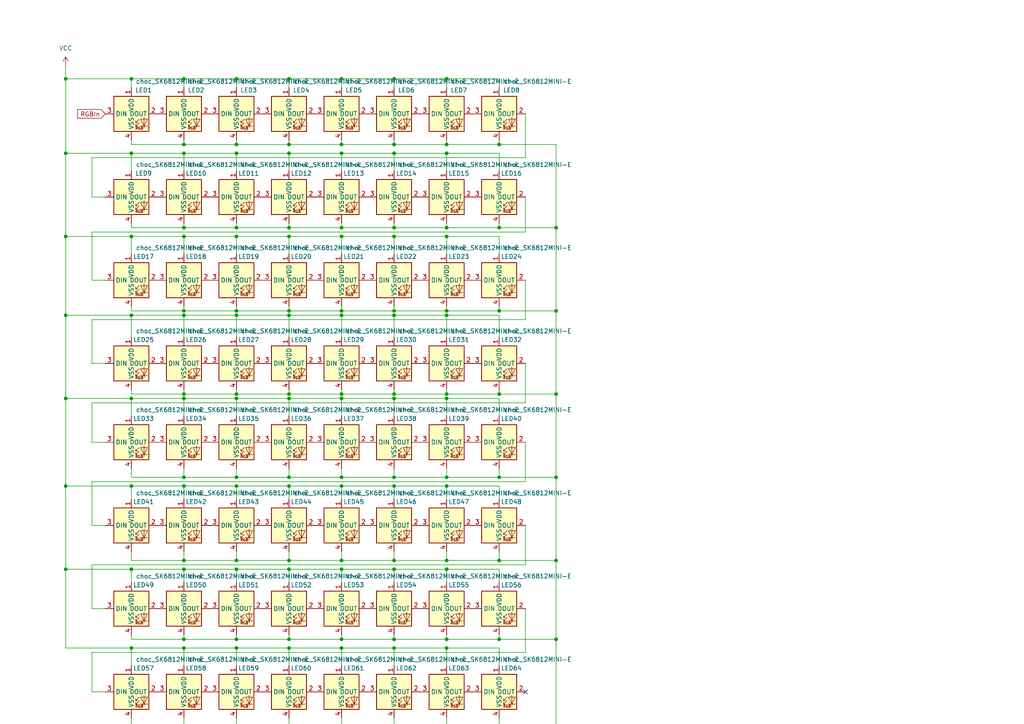
<source format=kicad_sch>
(kicad_sch (version 20231120) (generator "eeschema") (generator_version "8.0")
  (paper "A4")
  (lib_symbols
    (symbol "marbastlib-choc:choc_SK6812MINI-E"
      (property "Reference" "LED" (at 2.54 6.35 0))
      (property "Value" "choc_SK6812MINI-E" (at 10.795 -6.35 0))
      (symbol "choc_SK6812MINI-E_0_0"
        (text "RGB" (at 2.286 -4.191 0) (effects (font (size 0.762 0.762))))
      )
      (symbol "choc_SK6812MINI-E_0_1"
        (rectangle (start -5.08 5.08) (end 5.08 -5.08) (stroke (width 0.254)) (fill (type background)))
        (polyline (pts (xy 1.27 -3.556) (xy 1.778 -3.556)))
        (polyline (pts (xy 1.27 -2.54) (xy 1.778 -2.54)))
        (polyline (pts (xy 4.699 -3.556) (xy 2.667 -3.556)))
        (polyline (pts (xy 2.286 -2.54) (xy 1.27 -3.556) (xy 1.27 -3.048)))
        (polyline (pts (xy 2.286 -1.524) (xy 1.27 -2.54) (xy 1.27 -2.032)))
        (polyline (pts (xy 3.683 -1.016) (xy 3.683 -3.556) (xy 3.683 -4.064)))
        (polyline (pts (xy 4.699 -1.524) (xy 2.667 -1.524) (xy 3.683 -3.556) (xy 4.699 -1.524)))
      )
      (symbol "choc_SK6812MINI-E_1_1"
        (pin power_in line (at 0 7.62 270) (length 2.54) (name "VDD") (number "1"))
        (pin output line (at 7.62 0 180) (length 2.54) (name "DOUT") (number "2"))
        (pin input line (at -7.62 0 0) (length 2.54) (name "DIN") (number "3"))
        (pin power_in line (at 0 -7.62 90) (length 2.54) (name "VSS") (number "4"))
      )
    )
    (symbol "power:GND" (power) (pin_numbers hide) (pin_names (offset 0) hide)
      (property "Value" "GND" (at 0 -3.81 0))
      (symbol "GND_0_1"
        (polyline (pts (xy 0 0) (xy 0 -1.27) (xy 1.27 -1.27) (xy 0 -2.54) (xy -1.27 -1.27) (xy 0 -1.27)))
      )
      (symbol "GND_1_1"
        (pin power_in line (at 0 0 270) (length 0) (name "~") (number "1"))
      )
    )
    (symbol "power:VCC" (power) (pin_numbers hide) (pin_names (offset 0) hide)
      (property "Value" "VCC" (at 0 3.556 0))
      (symbol "VCC_0_1"
        (polyline (pts (xy -0.762 1.27) (xy 0 2.54)))
        (polyline (pts (xy 0 0) (xy 0 2.54)))
        (polyline (pts (xy 0 2.54) (xy 0.762 1.27)))
      )
      (symbol "VCC_1_1"
        (pin power_in line (at 0 0 90) (length 0) (name "~") (number "1"))
      )
    )
  )
  (junction (at 114.3 90.17))
  (junction (at 99.06 22.86))
  (junction (at 129.54 140.97))
  (junction (at 83.82 140.97))
  (junction (at 114.3 185.42))
  (junction (at 129.54 41.91))
  (junction (at 53.34 165.1))
  (junction (at 129.54 187.96))
  (junction (at 83.82 22.86))
  (junction (at 19.05 22.86))
  (junction (at 114.3 66.04))
  (junction (at 83.82 66.04))
  (junction (at 129.54 90.17))
  (junction (at 83.82 44.45))
  (junction (at 114.3 68.58))
  (junction (at 144.78 90.17))
  (junction (at 129.54 185.42))
  (junction (at 53.34 90.17))
  (junction (at 114.3 44.45))
  (junction (at 38.1 22.86))
  (junction (at 19.05 165.1))
  (junction (at 53.34 210.82))
  (junction (at 68.58 140.97))
  (junction (at 99.06 210.82))
  (junction (at 114.3 115.57))
  (junction (at 99.06 91.44))
  (junction (at 99.06 41.91))
  (junction (at 19.05 91.44))
  (junction (at 68.58 68.58))
  (junction (at 68.58 44.45))
  (junction (at 99.06 44.45))
  (junction (at 114.3 91.44))
  (junction (at 83.82 90.17))
  (junction (at 114.3 165.1))
  (junction (at 129.54 162.56))
  (junction (at 53.34 41.91))
  (junction (at 83.82 210.82))
  (junction (at 114.3 140.97))
  (junction (at 83.82 68.58))
  (junction (at 144.78 138.43))
  (junction (at 99.06 187.96))
  (junction (at 83.82 91.44))
  (junction (at 83.82 165.1))
  (junction (at 161.29 185.42))
  (junction (at 99.06 68.58))
  (junction (at 129.54 66.04))
  (junction (at 129.54 68.58))
  (junction (at 161.29 66.04))
  (junction (at 99.06 185.42))
  (junction (at 68.58 165.1))
  (junction (at 68.58 41.91))
  (junction (at 38.1 115.57))
  (junction (at 114.3 41.91))
  (junction (at 83.82 138.43))
  (junction (at 68.58 115.57))
  (junction (at 19.05 44.45))
  (junction (at 53.34 68.58))
  (junction (at 114.3 187.96))
  (junction (at 114.3 162.56))
  (junction (at 68.58 90.17))
  (junction (at 161.29 138.43))
  (junction (at 68.58 162.56))
  (junction (at 53.34 138.43))
  (junction (at 38.1 187.96))
  (junction (at 83.82 187.96))
  (junction (at 38.1 68.58))
  (junction (at 53.34 22.86))
  (junction (at 144.78 66.04))
  (junction (at 99.06 66.04))
  (junction (at 53.34 44.45))
  (junction (at 38.1 165.1))
  (junction (at 68.58 138.43))
  (junction (at 129.54 210.82))
  (junction (at 19.05 115.57))
  (junction (at 53.34 162.56))
  (junction (at 99.06 162.56))
  (junction (at 68.58 210.82))
  (junction (at 114.3 210.82))
  (junction (at 53.34 187.96))
  (junction (at 99.06 114.3))
  (junction (at 144.78 162.56))
  (junction (at 53.34 114.3))
  (junction (at 68.58 114.3))
  (junction (at 83.82 185.42))
  (junction (at 53.34 66.04))
  (junction (at 53.34 91.44))
  (junction (at 19.05 68.58))
  (junction (at 38.1 140.97))
  (junction (at 129.54 165.1))
  (junction (at 114.3 22.86))
  (junction (at 68.58 66.04))
  (junction (at 53.34 140.97))
  (junction (at 83.82 115.57))
  (junction (at 99.06 165.1))
  (junction (at 83.82 114.3))
  (junction (at 129.54 115.57))
  (junction (at 144.78 210.82))
  (junction (at 129.54 44.45))
  (junction (at 129.54 91.44))
  (junction (at 53.34 185.42))
  (junction (at 161.29 90.17))
  (junction (at 68.58 22.86))
  (junction (at 129.54 138.43))
  (junction (at 161.29 210.82))
  (junction (at 144.78 185.42))
  (junction (at 144.78 114.3))
  (junction (at 161.29 114.3))
  (junction (at 144.78 41.91))
  (junction (at 99.06 138.43))
  (junction (at 53.34 115.57))
  (junction (at 99.06 90.17))
  (junction (at 99.06 115.57))
  (junction (at 38.1 44.45))
  (junction (at 114.3 114.3))
  (junction (at 38.1 91.44))
  (junction (at 68.58 187.96))
  (junction (at 129.54 22.86))
  (junction (at 129.54 114.3))
  (junction (at 19.05 140.97))
  (junction (at 99.06 140.97))
  (junction (at 68.58 185.42))
  (junction (at 83.82 162.56))
  (junction (at 68.58 91.44))
  (junction (at 161.29 162.56))
  (junction (at 114.3 138.43))
  (junction (at 83.82 41.91))
  (no_connect (at 152.4 200.66))
  (wire (pts (xy 99.06 165.1) (xy 99.06 168.91)))
  (wire (pts (xy 26.67 200.66) (xy 26.67 189.23)))
  (wire (pts (xy 26.67 45.72) (xy 152.4 45.72)))
  (wire (pts (xy 129.54 165.1) (xy 144.78 165.1)))
  (wire (pts (xy 53.34 138.43) (xy 68.58 138.43)))
  (wire (pts (xy 26.67 163.83) (xy 26.67 176.53)))
  (wire (pts (xy 99.06 185.42) (xy 114.3 185.42)))
  (wire (pts (xy 38.1 22.86) (xy 38.1 25.4)))
  (wire (pts (xy 19.05 165.1) (xy 19.05 140.97)))
  (wire (pts (xy 152.4 57.15) (xy 152.4 67.31)))
  (wire (pts (xy 19.05 115.57) (xy 19.05 91.44)))
  (wire (pts (xy 53.34 165.1) (xy 68.58 165.1)))
  (wire (pts (xy 144.78 88.9) (xy 144.78 90.17)))
  (wire (pts (xy 99.06 187.96) (xy 99.06 193.04)))
  (wire (pts (xy 38.1 138.43) (xy 53.34 138.43)))
  (wire (pts (xy 38.1 187.96) (xy 38.1 193.04)))
  (wire (pts (xy 114.3 113.03) (xy 114.3 114.3)))
  (wire (pts (xy 99.06 90.17) (xy 114.3 90.17)))
  (wire (pts (xy 68.58 68.58) (xy 83.82 68.58)))
  (wire (pts (xy 99.06 64.77) (xy 99.06 66.04)))
  (wire (pts (xy 114.3 165.1) (xy 129.54 165.1)))
  (wire (pts (xy 83.82 138.43) (xy 99.06 138.43)))
  (wire (pts (xy 144.78 97.79) (xy 144.78 91.44)))
  (wire (pts (xy 83.82 68.58) (xy 83.82 73.66)))
  (wire (pts (xy 99.06 68.58) (xy 99.06 73.66)))
  (wire (pts (xy 19.05 22.86) (xy 38.1 22.86)))
  (wire (pts (xy 99.06 138.43) (xy 114.3 138.43)))
  (wire (pts (xy 99.06 41.91) (xy 114.3 41.91)))
  (wire (pts (xy 38.1 184.15) (xy 38.1 185.42)))
  (wire (pts (xy 68.58 162.56) (xy 83.82 162.56)))
  (wire (pts (xy 68.58 138.43) (xy 83.82 138.43)))
  (wire (pts (xy 38.1 210.82) (xy 53.34 210.82)))
  (wire (pts (xy 114.3 91.44) (xy 129.54 91.44)))
  (wire (pts (xy 38.1 160.02) (xy 38.1 162.56)))
  (wire (pts (xy 83.82 187.96) (xy 68.58 187.96)))
  (wire (pts (xy 53.34 140.97) (xy 53.34 144.78)))
  (wire (pts (xy 68.58 160.02) (xy 68.58 162.56)))
  (wire (pts (xy 99.06 208.28) (xy 99.06 210.82)))
  (wire (pts (xy 161.29 41.91) (xy 161.29 66.04)))
  (wire (pts (xy 114.3 187.96) (xy 114.3 193.04)))
  (wire (pts (xy 161.29 162.56) (xy 161.29 185.42)))
  (wire (pts (xy 19.05 44.45) (xy 38.1 44.45)))
  (wire (pts (xy 38.1 162.56) (xy 53.34 162.56)))
  (wire (pts (xy 19.05 91.44) (xy 19.05 68.58)))
  (wire (pts (xy 129.54 135.89) (xy 129.54 138.43)))
  (wire (pts (xy 129.54 68.58) (xy 144.78 68.58)))
  (wire (pts (xy 144.78 185.42) (xy 161.29 185.42)))
  (wire (pts (xy 129.54 90.17) (xy 144.78 90.17)))
  (wire (pts (xy 129.54 140.97) (xy 129.54 144.78)))
  (wire (pts (xy 144.78 187.96) (xy 129.54 187.96)))
  (wire (pts (xy 152.4 92.71) (xy 152.4 81.28)))
  (wire (pts (xy 26.67 176.53) (xy 30.48 176.53)))
  (wire (pts (xy 68.58 66.04) (xy 83.82 66.04)))
  (wire (pts (xy 30.48 152.4) (xy 26.67 152.4)))
  (wire (pts (xy 129.54 114.3) (xy 144.78 114.3)))
  (wire (pts (xy 129.54 138.43) (xy 144.78 138.43)))
  (wire (pts (xy 53.34 187.96) (xy 38.1 187.96)))
  (wire (pts (xy 68.58 113.03) (xy 68.58 114.3)))
  (wire (pts (xy 83.82 44.45) (xy 83.82 49.53)))
  (wire (pts (xy 99.06 210.82) (xy 114.3 210.82)))
  (wire (pts (xy 19.05 140.97) (xy 19.05 115.57)))
  (wire (pts (xy 68.58 140.97) (xy 68.58 144.78)))
  (wire (pts (xy 114.3 68.58) (xy 114.3 73.66)))
  (wire (pts (xy 144.78 44.45) (xy 144.78 49.53)))
  (wire (pts (xy 53.34 90.17) (xy 68.58 90.17)))
  (wire (pts (xy 38.1 41.91) (xy 53.34 41.91)))
  (wire (pts (xy 99.06 140.97) (xy 99.06 144.78)))
  (wire (pts (xy 26.67 81.28) (xy 30.48 81.28)))
  (wire (pts (xy 144.78 73.66) (xy 144.78 68.58)))
  (wire (pts (xy 83.82 165.1) (xy 83.82 168.91)))
  (wire (pts (xy 68.58 165.1) (xy 83.82 165.1)))
  (wire (pts (xy 38.1 44.45) (xy 53.34 44.45)))
  (wire (pts (xy 114.3 187.96) (xy 99.06 187.96)))
  (wire (pts (xy 129.54 64.77) (xy 129.54 66.04)))
  (wire (pts (xy 38.1 208.28) (xy 38.1 210.82)))
  (wire (pts (xy 83.82 185.42) (xy 99.06 185.42)))
  (wire (pts (xy 38.1 68.58) (xy 38.1 73.66)))
  (wire (pts (xy 68.58 135.89) (xy 68.58 138.43)))
  (wire (pts (xy 152.4 116.84) (xy 26.67 116.84)))
  (wire (pts (xy 99.06 115.57) (xy 83.82 115.57)))
  (wire (pts (xy 144.78 41.91) (xy 161.29 41.91)))
  (wire (pts (xy 83.82 115.57) (xy 83.82 120.65)))
  (wire (pts (xy 99.06 162.56) (xy 114.3 162.56)))
  (wire (pts (xy 114.3 66.04) (xy 129.54 66.04)))
  (wire (pts (xy 99.06 44.45) (xy 99.06 49.53)))
  (wire (pts (xy 129.54 40.64) (xy 129.54 41.91)))
  (wire (pts (xy 144.78 22.86) (xy 144.78 25.4)))
  (wire (pts (xy 99.06 165.1) (xy 114.3 165.1)))
  (wire (pts (xy 144.78 140.97) (xy 129.54 140.97)))
  (wire (pts (xy 19.05 187.96) (xy 19.05 165.1)))
  (wire (pts (xy 99.06 140.97) (xy 83.82 140.97)))
  (wire (pts (xy 99.06 113.03) (xy 99.06 114.3)))
  (wire (pts (xy 152.4 152.4) (xy 152.4 163.83)))
  (wire (pts (xy 144.78 114.3) (xy 161.29 114.3)))
  (wire (pts (xy 53.34 44.45) (xy 68.58 44.45)))
  (wire (pts (xy 129.54 88.9) (xy 129.54 90.17)))
  (wire (pts (xy 53.34 160.02) (xy 53.34 162.56)))
  (wire (pts (xy 83.82 187.96) (xy 83.82 193.04)))
  (wire (pts (xy 99.06 22.86) (xy 99.06 25.4)))
  (wire (pts (xy 114.3 44.45) (xy 114.3 49.53)))
  (wire (pts (xy 99.06 22.86) (xy 114.3 22.86)))
  (wire (pts (xy 152.4 105.41) (xy 152.4 116.84)))
  (wire (pts (xy 129.54 140.97) (xy 114.3 140.97)))
  (wire (pts (xy 53.34 64.77) (xy 53.34 66.04)))
  (wire (pts (xy 68.58 41.91) (xy 83.82 41.91)))
  (wire (pts (xy 83.82 165.1) (xy 99.06 165.1)))
  (wire (pts (xy 38.1 40.64) (xy 38.1 41.91)))
  (wire (pts (xy 83.82 115.57) (xy 68.58 115.57)))
  (wire (pts (xy 129.54 22.86) (xy 129.54 25.4)))
  (wire (pts (xy 99.06 135.89) (xy 99.06 138.43)))
  (wire (pts (xy 68.58 187.96) (xy 53.34 187.96)))
  (wire (pts (xy 53.34 165.1) (xy 53.34 168.91)))
  (wire (pts (xy 114.3 208.28) (xy 114.3 210.82)))
  (wire (pts (xy 114.3 91.44) (xy 114.3 97.79)))
  (wire (pts (xy 144.78 115.57) (xy 129.54 115.57)))
  (wire (pts (xy 83.82 114.3) (xy 99.06 114.3)))
  (wire (pts (xy 26.67 67.31) (xy 26.67 81.28)))
  (wire (pts (xy 53.34 41.91) (xy 68.58 41.91)))
  (wire (pts (xy 129.54 44.45) (xy 144.78 44.45)))
  (wire (pts (xy 144.78 162.56) (xy 161.29 162.56)))
  (wire (pts (xy 114.3 44.45) (xy 129.54 44.45)))
  (wire (pts (xy 161.29 138.43) (xy 161.29 162.56)))
  (wire (pts (xy 53.34 22.86) (xy 53.34 25.4)))
  (wire (pts (xy 114.3 184.15) (xy 114.3 185.42)))
  (wire (pts (xy 83.82 208.28) (xy 83.82 210.82)))
  (wire (pts (xy 144.78 90.17) (xy 161.29 90.17)))
  (wire (pts (xy 83.82 40.64) (xy 83.82 41.91)))
  (wire (pts (xy 144.78 160.02) (xy 144.78 162.56)))
  (wire (pts (xy 114.3 160.02) (xy 114.3 162.56)))
  (wire (pts (xy 129.54 73.66) (xy 129.54 68.58)))
  (wire (pts (xy 68.58 22.86) (xy 68.58 25.4)))
  (wire (pts (xy 129.54 91.44) (xy 144.78 91.44)))
  (wire (pts (xy 144.78 210.82) (xy 161.29 210.82)))
  (wire (pts (xy 114.3 88.9) (xy 114.3 90.17)))
  (wire (pts (xy 53.34 66.04) (xy 68.58 66.04)))
  (wire (pts (xy 114.3 22.86) (xy 129.54 22.86)))
  (wire (pts (xy 53.34 115.57) (xy 38.1 115.57)))
  (wire (pts (xy 38.1 22.86) (xy 53.34 22.86)))
  (wire (pts (xy 129.54 113.03) (xy 129.54 114.3)))
  (wire (pts (xy 26.67 152.4) (xy 26.67 139.7)))
  (wire (pts (xy 129.54 210.82) (xy 144.78 210.82)))
  (wire (pts (xy 129.54 66.04) (xy 144.78 66.04)))
  (wire (pts (xy 83.82 44.45) (xy 99.06 44.45)))
  (wire (pts (xy 68.58 165.1) (xy 68.58 168.91)))
  (wire (pts (xy 114.3 22.86) (xy 114.3 25.4)))
  (wire (pts (xy 53.34 22.86) (xy 68.58 22.86)))
  (wire (pts (xy 19.05 22.86) (xy 19.05 44.45)))
  (wire (pts (xy 83.82 91.44) (xy 99.06 91.44)))
  (wire (pts (xy 38.1 115.57) (xy 38.1 120.65)))
  (wire (pts (xy 99.06 91.44) (xy 114.3 91.44)))
  (wire (pts (xy 68.58 90.17) (xy 83.82 90.17)))
  (wire (pts (xy 38.1 165.1) (xy 53.34 165.1)))
  (wire (pts (xy 68.58 64.77) (xy 68.58 66.04)))
  (wire (pts (xy 38.1 187.96) (xy 19.05 187.96)))
  (wire (pts (xy 30.48 105.41) (xy 26.67 105.41)))
  (wire (pts (xy 83.82 184.15) (xy 83.82 185.42)))
  (wire (pts (xy 38.1 68.58) (xy 53.34 68.58)))
  (wire (pts (xy 68.58 44.45) (xy 83.82 44.45)))
  (wire (pts (xy 38.1 97.79) (xy 38.1 91.44)))
  (wire (pts (xy 38.1 66.04) (xy 53.34 66.04)))
  (wire (pts (xy 26.67 128.27) (xy 30.48 128.27)))
  (wire (pts (xy 114.3 115.57) (xy 99.06 115.57)))
  (wire (pts (xy 53.34 185.42) (xy 68.58 185.42)))
  (wire (pts (xy 38.1 135.89) (xy 38.1 138.43)))
  (wire (pts (xy 38.1 113.03) (xy 38.1 114.3)))
  (wire (pts (xy 161.29 185.42) (xy 161.29 210.82)))
  (wire (pts (xy 83.82 210.82) (xy 99.06 210.82)))
  (wire (pts (xy 114.3 64.77) (xy 114.3 66.04)))
  (wire (pts (xy 99.06 91.44) (xy 99.06 97.79)))
  (wire (pts (xy 114.3 138.43) (xy 129.54 138.43)))
  (wire (pts (xy 152.4 163.83) (xy 26.67 163.83)))
  (wire (pts (xy 53.34 113.03) (xy 53.34 114.3)))
  (wire (pts (xy 99.06 68.58) (xy 114.3 68.58)))
  (wire (pts (xy 144.78 193.04) (xy 144.78 187.96)))
  (wire (pts (xy 83.82 41.91) (xy 99.06 41.91)))
  (wire (pts (xy 99.06 115.57) (xy 99.06 120.65)))
  (wire (pts (xy 83.82 64.77) (xy 83.82 66.04)))
  (wire (pts (xy 68.58 185.42) (xy 83.82 185.42)))
  (wire (pts (xy 144.78 120.65) (xy 144.78 115.57)))
  (wire (pts (xy 114.3 115.57) (xy 114.3 120.65)))
  (wire (pts (xy 26.67 105.41) (xy 26.67 92.71)))
  (wire (pts (xy 114.3 114.3) (xy 129.54 114.3)))
  (wire (pts (xy 68.58 184.15) (xy 68.58 185.42)))
  (wire (pts (xy 26.67 92.71) (xy 152.4 92.71)))
  (wire (pts (xy 129.54 162.56) (xy 144.78 162.56)))
  (wire (pts (xy 83.82 91.44) (xy 83.82 97.79)))
  (wire (pts (xy 83.82 113.03) (xy 83.82 114.3)))
  (wire (pts (xy 144.78 168.91) (xy 144.78 165.1)))
  (wire (pts (xy 83.82 135.89) (xy 83.82 138.43)))
  (wire (pts (xy 129.54 187.96) (xy 129.54 193.04)))
  (wire (pts (xy 129.54 44.45) (xy 129.54 49.53)))
  (wire (pts (xy 114.3 185.42) (xy 129.54 185.42)))
  (wire (pts (xy 19.05 68.58) (xy 19.05 44.45)))
  (wire (pts (xy 83.82 162.56) (xy 99.06 162.56)))
  (wire (pts (xy 68.58 140.97) (xy 53.34 140.97)))
  (wire (pts (xy 129.54 115.57) (xy 129.54 120.65)))
  (wire (pts (xy 152.4 67.31) (xy 26.67 67.31)))
  (wire (pts (xy 114.3 41.91) (xy 129.54 41.91)))
  (wire (pts (xy 114.3 140.97) (xy 114.3 144.78)))
  (wire (pts (xy 68.58 210.82) (xy 83.82 210.82)))
  (wire (pts (xy 99.06 114.3) (xy 114.3 114.3)))
  (wire (pts (xy 129.54 41.91) (xy 144.78 41.91)))
  (wire (pts (xy 38.1 44.45) (xy 38.1 49.53)))
  (wire (pts (xy 38.1 140.97) (xy 38.1 144.78)))
  (wire (pts (xy 161.29 90.17) (xy 161.29 114.3)))
  (wire (pts (xy 99.06 187.96) (xy 83.82 187.96)))
  (wire (pts (xy 129.54 185.42) (xy 144.78 185.42)))
  (wire (pts (xy 152.4 33.02) (xy 152.4 45.72)))
  (wire (pts (xy 53.34 135.89) (xy 53.34 138.43)))
  (wire (pts (xy 38.1 91.44) (xy 53.34 91.44)))
  (wire (pts (xy 53.34 208.28) (xy 53.34 210.82)))
  (wire (pts (xy 144.78 184.15) (xy 144.78 185.42)))
  (wire (pts (xy 19.05 165.1) (xy 38.1 165.1)))
  (wire (pts (xy 83.82 68.58) (xy 99.06 68.58)))
  (wire (pts (xy 38.1 115.57) (xy 19.05 115.57)))
  (wire (pts (xy 99.06 66.04) (xy 114.3 66.04)))
  (wire (pts (xy 68.58 115.57) (xy 53.34 115.57)))
  (wire (pts (xy 68.58 88.9) (xy 68.58 90.17)))
  (wire (pts (xy 83.82 22.86) (xy 83.82 25.4)))
  (wire (pts (xy 129.54 91.44) (xy 129.54 97.79)))
  (wire (pts (xy 99.06 160.02) (xy 99.06 162.56)))
  (wire (pts (xy 129.54 187.96) (xy 114.3 187.96)))
  (wire (pts (xy 19.05 68.58) (xy 38.1 68.58)))
  (wire (pts (xy 19.05 91.44) (xy 38.1 91.44)))
  (wire (pts (xy 68.58 91.44) (xy 83.82 91.44)))
  (wire (pts (xy 53.34 115.57) (xy 53.34 120.65)))
  (wire (pts (xy 114.3 140.97) (xy 99.06 140.97)))
  (wire (pts (xy 114.3 162.56) (xy 129.54 162.56)))
  (wire (pts (xy 26.67 189.23) (xy 152.4 189.23)))
  (wire (pts (xy 68.58 44.45) (xy 68.58 49.53)))
  (wire (pts (xy 152.4 189.23) (xy 152.4 176.53)))
  (wire (pts (xy 38.1 64.77) (xy 38.1 66.04)))
  (wire (pts (xy 129.54 168.91) (xy 129.54 165.1)))
  (wire (pts (xy 129.54 160.02) (xy 129.54 162.56)))
  (wire (pts (xy 19.05 19.05) (xy 19.05 22.86)))
  (wire (pts (xy 53.34 68.58) (xy 53.34 73.66)))
  (wire (pts (xy 129.54 184.15) (xy 129.54 185.42)))
  (wire (pts (xy 53.34 88.9) (xy 53.34 90.17)))
  (wire (pts (xy 53.34 140.97) (xy 38.1 140.97)))
  (wire (pts (xy 83.82 22.86) (xy 99.06 22.86)))
  (wire (pts (xy 144.78 208.28) (xy 144.78 210.82)))
  (wire (pts (xy 53.34 210.82) (xy 68.58 210.82)))
  (wire (pts (xy 114.3 90.17) (xy 129.54 90.17)))
  (wire (pts (xy 129.54 115.57) (xy 114.3 115.57)))
  (wire (pts (xy 68.58 208.28) (xy 68.58 210.82)))
  (wire (pts (xy 114.3 40.64) (xy 114.3 41.91)))
  (wire (pts (xy 99.06 44.45) (xy 114.3 44.45)))
  (wire (pts (xy 30.48 57.15) (xy 26.67 57.15)))
  (wire (pts (xy 53.34 91.44) (xy 68.58 91.44)))
  (wire (pts (xy 152.4 139.7) (xy 152.4 128.27)))
  (wire (pts (xy 99.06 40.64) (xy 99.06 41.91)))
  (wire (pts (xy 53.34 162.56) (xy 68.58 162.56)))
  (wire (pts (xy 26.67 139.7) (xy 152.4 139.7)))
  (wire (pts (xy 53.34 114.3) (xy 68.58 114.3)))
  (wire (pts (xy 68.58 40.64) (xy 68.58 41.91)))
  (wire (pts (xy 83.82 88.9) (xy 83.82 90.17)))
  (wire (pts (xy 129.54 22.86) (xy 144.78 22.86)))
  (wire (pts (xy 38.1 114.3) (xy 53.34 114.3)))
  (wire (pts (xy 83.82 140.97) (xy 68.58 140.97)))
  (wire (pts (xy 144.78 113.03) (xy 144.78 114.3)))
  (wire (pts (xy 114.3 135.89) (xy 114.3 138.43)))
  (wire (pts (xy 129.54 208.28) (xy 129.54 210.82)))
  (wire (pts (xy 68.58 115.57) (xy 68.58 120.65)))
  (wire (pts (xy 26.67 57.15) (xy 26.67 45.72)))
  (wire (pts (xy 99.06 184.15) (xy 99.06 185.42)))
  (wire (pts (xy 38.1 185.42) (xy 53.34 185.42)))
  (wire (pts (xy 53.34 184.15) (xy 53.34 185.42)))
  (wire (pts (xy 83.82 160.02) (xy 83.82 162.56)))
  (wire (pts (xy 53.34 187.96) (xy 53.34 193.04)))
  (wire (pts (xy 114.3 68.58) (xy 129.54 68.58)))
  (wire (pts (xy 144.78 40.64) (xy 144.78 41.91)))
  (wire (pts (xy 83.82 66.04) (xy 99.06 66.04)))
  (wire (pts (xy 38.1 165.1) (xy 38.1 168.91)))
  (wire (pts (xy 68.58 187.96) (xy 68.58 193.04)))
  (wire (pts (xy 53.34 91.44) (xy 53.34 97.79)))
  (wire (pts (xy 68.58 114.3) (xy 83.82 114.3)))
  (wire (pts (xy 53.34 68.58) (xy 68.58 68.58)))
  (wire (pts (xy 53.34 44.45) (xy 53.34 49.53)))
  (wire (pts (xy 26.67 116.84) (xy 26.67 128.27)))
  (wire (pts (xy 68.58 91.44) (xy 68.58 97.79)))
  (wire (pts (xy 144.78 66.04) (xy 161.29 66.04)))
  (wire (pts (xy 30.48 200.66) (xy 26.67 200.66)))
  (wire (pts (xy 144.78 135.89) (xy 144.78 138.43)))
  (wire (pts (xy 161.29 114.3) (xy 161.29 138.43)))
  (wire (pts (xy 144.78 64.77) (xy 144.78 66.04)))
  (wire (pts (xy 68.58 22.86) (xy 83.82 22.86)))
  (wire (pts (xy 161.29 66.04) (xy 161.29 90.17)))
  (wire (pts (xy 99.06 88.9) (xy 99.06 90.17)))
  (wire (pts (xy 114.3 210.82) (xy 129.54 210.82)))
  (wire (pts (xy 68.58 68.58) (xy 68.58 73.66)))
  (wire (pts (xy 114.3 165.1) (xy 114.3 168.91)))
  (wire (pts (xy 83.82 140.97) (xy 83.82 144.78)))
  (wire (pts (xy 53.34 40.64) (xy 53.34 41.91)))
  (wire (pts (xy 38.1 90.17) (xy 53.34 90.17)))
  (wire (pts (xy 144.78 138.43) (xy 161.29 138.43)))
  (wire (pts (xy 144.78 144.78) (xy 144.78 140.97)))
  (wire (pts (xy 38.1 140.97) (xy 19.05 140.97)))
  (wire (pts (xy 38.1 88.9) (xy 38.1 90.17)))
  (wire (pts (xy 161.29 210.82) (xy 161.29 217.17)))
  (wire (pts (xy 83.82 90.17) (xy 99.06 90.17)))
  (global_label "RGBIn" (shape input) (at 30.48 33.02 180) (property "Intersheetrefs" "${INTERSHEET_REFS}" (effects (hide yes))))
  (symbol (lib_id "marbastlib-choc:choc_SK6812MINI-E") (at 144.78 33.02 0) (unit 1)
    (property "Reference" "LED8" (at 148.336 26.162 0))
    (property "Value" "choc_SK6812MINI-E" (at 155.956 23.622 0))
    (property "Footprint" "PCM_marbastlib-choc:LED_choc_6028R" (effects (hide yes)))
    (property "Description" "Reverse mount adressable LED (WS2812 protocol)" (effects (hide yes)))
  )
  (symbol (lib_id "marbastlib-choc:choc_SK6812MINI-E") (at 68.58 176.53 0) (unit 1)
    (property "Reference" "LED51" (at 72.136 169.672 0))
    (property "Value" "choc_SK6812MINI-E" (at 79.756 167.132 0))
    (property "Footprint" "PCM_marbastlib-choc:LED_choc_6028R" (effects (hide yes)))
    (property "Description" "Reverse mount adressable LED (WS2812 protocol)" (effects (hide yes)))
  )
  (symbol (lib_id "marbastlib-choc:choc_SK6812MINI-E") (at 129.54 33.02 0) (unit 1)
    (property "Reference" "LED7" (at 133.096 26.162 0))
    (property "Value" "choc_SK6812MINI-E" (at 140.716 23.622 0))
    (property "Footprint" "PCM_marbastlib-choc:LED_choc_6028R" (effects (hide yes)))
    (property "Description" "Reverse mount adressable LED (WS2812 protocol)" (effects (hide yes)))
  )
  (symbol (lib_id "power:VCC") (at 19.05 19.05 0) (unit 1)
    (property "Reference" "#PWR08" (effects (hide yes)))
    (property "Value" "VCC" (at 19.05 13.97 0))
    (property "Description" "Power symbol creates a global label with name \"VCC\"" (effects (hide yes)))
  )
  (symbol (lib_id "marbastlib-choc:choc_SK6812MINI-E") (at 99.06 200.66 0) (unit 1)
    (property "Reference" "LED61" (at 102.616 193.802 0))
    (property "Value" "choc_SK6812MINI-E" (at 110.236 191.262 0))
    (property "Footprint" "PCM_marbastlib-choc:LED_choc_6028R" (effects (hide yes)))
    (property "Description" "Reverse mount adressable LED (WS2812 protocol)" (effects (hide yes)))
  )
  (symbol (lib_id "marbastlib-choc:choc_SK6812MINI-E") (at 53.34 200.66 0) (unit 1)
    (property "Reference" "LED58" (at 56.896 193.802 0))
    (property "Value" "choc_SK6812MINI-E" (at 64.516 191.262 0))
    (property "Footprint" "PCM_marbastlib-choc:LED_choc_6028R" (effects (hide yes)))
    (property "Description" "Reverse mount adressable LED (WS2812 protocol)" (effects (hide yes)))
  )
  (symbol (lib_id "marbastlib-choc:choc_SK6812MINI-E") (at 53.34 57.15 0) (unit 1)
    (property "Reference" "LED10" (at 56.896 50.292 0))
    (property "Value" "choc_SK6812MINI-E" (at 64.516 47.752 0))
    (property "Footprint" "PCM_marbastlib-choc:LED_choc_6028R" (effects (hide yes)))
    (property "Description" "Reverse mount adressable LED (WS2812 protocol)" (effects (hide yes)))
  )
  (symbol (lib_id "marbastlib-choc:choc_SK6812MINI-E") (at 144.78 176.53 0) (unit 1)
    (property "Reference" "LED56" (at 148.336 169.672 0))
    (property "Value" "choc_SK6812MINI-E" (at 155.956 167.132 0))
    (property "Footprint" "PCM_marbastlib-choc:LED_choc_6028R" (effects (hide yes)))
    (property "Description" "Reverse mount adressable LED (WS2812 protocol)" (effects (hide yes)))
  )
  (symbol (lib_id "marbastlib-choc:choc_SK6812MINI-E") (at 68.58 105.41 0) (unit 1)
    (property "Reference" "LED27" (at 72.136 98.552 0))
    (property "Value" "choc_SK6812MINI-E" (at 79.756 96.012 0))
    (property "Footprint" "PCM_marbastlib-choc:LED_choc_6028R" (effects (hide yes)))
    (property "Description" "Reverse mount adressable LED (WS2812 protocol)" (effects (hide yes)))
  )
  (symbol (lib_id "marbastlib-choc:choc_SK6812MINI-E") (at 83.82 33.02 0) (unit 1)
    (property "Reference" "LED4" (at 87.376 26.162 0))
    (property "Value" "choc_SK6812MINI-E" (at 94.996 23.622 0))
    (property "Footprint" "PCM_marbastlib-choc:LED_choc_6028R" (effects (hide yes)))
    (property "Description" "Reverse mount adressable LED (WS2812 protocol)" (effects (hide yes)))
  )
  (symbol (lib_id "marbastlib-choc:choc_SK6812MINI-E") (at 114.3 105.41 0) (unit 1)
    (property "Reference" "LED30" (at 117.856 98.552 0))
    (property "Value" "choc_SK6812MINI-E" (at 125.476 96.012 0))
    (property "Footprint" "PCM_marbastlib-choc:LED_choc_6028R" (effects (hide yes)))
    (property "Description" "Reverse mount adressable LED (WS2812 protocol)" (effects (hide yes)))
  )
  (symbol (lib_id "marbastlib-choc:choc_SK6812MINI-E") (at 83.82 57.15 0) (unit 1)
    (property "Reference" "LED12" (at 87.376 50.292 0))
    (property "Value" "choc_SK6812MINI-E" (at 94.996 47.752 0))
    (property "Footprint" "PCM_marbastlib-choc:LED_choc_6028R" (effects (hide yes)))
    (property "Description" "Reverse mount adressable LED (WS2812 protocol)" (effects (hide yes)))
  )
  (symbol (lib_id "marbastlib-choc:choc_SK6812MINI-E") (at 129.54 152.4 0) (unit 1)
    (property "Reference" "LED47" (at 133.096 145.542 0))
    (property "Value" "choc_SK6812MINI-E" (at 140.716 143.002 0))
    (property "Footprint" "PCM_marbastlib-choc:LED_choc_6028R" (effects (hide yes)))
    (property "Description" "Reverse mount adressable LED (WS2812 protocol)" (effects (hide yes)))
  )
  (symbol (lib_id "marbastlib-choc:choc_SK6812MINI-E") (at 144.78 200.66 0) (unit 1)
    (property "Reference" "LED64" (at 148.336 193.802 0))
    (property "Value" "choc_SK6812MINI-E" (at 155.956 191.262 0))
    (property "Footprint" "PCM_marbastlib-choc:LED_choc_6028R" (effects (hide yes)))
    (property "Description" "Reverse mount adressable LED (WS2812 protocol)" (effects (hide yes)))
  )
  (symbol (lib_id "marbastlib-choc:choc_SK6812MINI-E") (at 114.3 81.28 0) (unit 1)
    (property "Reference" "LED22" (at 117.856 74.422 0))
    (property "Value" "choc_SK6812MINI-E" (at 125.476 71.882 0))
    (property "Footprint" "PCM_marbastlib-choc:LED_choc_6028R" (effects (hide yes)))
    (property "Description" "Reverse mount adressable LED (WS2812 protocol)" (effects (hide yes)))
  )
  (symbol (lib_id "marbastlib-choc:choc_SK6812MINI-E") (at 53.34 152.4 0) (unit 1)
    (property "Reference" "LED42" (at 56.896 145.542 0))
    (property "Value" "choc_SK6812MINI-E" (at 64.516 143.002 0))
    (property "Footprint" "PCM_marbastlib-choc:LED_choc_6028R" (effects (hide yes)))
    (property "Description" "Reverse mount adressable LED (WS2812 protocol)" (effects (hide yes)))
  )
  (symbol (lib_id "marbastlib-choc:choc_SK6812MINI-E") (at 83.82 152.4 0) (unit 1)
    (property "Reference" "LED44" (at 87.376 145.542 0))
    (property "Value" "choc_SK6812MINI-E" (at 94.996 143.002 0))
    (property "Footprint" "PCM_marbastlib-choc:LED_choc_6028R" (effects (hide yes)))
    (property "Description" "Reverse mount adressable LED (WS2812 protocol)" (effects (hide yes)))
  )
  (symbol (lib_id "marbastlib-choc:choc_SK6812MINI-E") (at 144.78 81.28 0) (unit 1)
    (property "Reference" "LED24" (at 148.336 74.422 0))
    (property "Value" "choc_SK6812MINI-E" (at 155.956 71.882 0))
    (property "Footprint" "PCM_marbastlib-choc:LED_choc_6028R" (effects (hide yes)))
    (property "Description" "Reverse mount adressable LED (WS2812 protocol)" (effects (hide yes)))
  )
  (symbol (lib_id "marbastlib-choc:choc_SK6812MINI-E") (at 53.34 128.27 0) (unit 1)
    (property "Reference" "LED34" (at 56.896 121.412 0))
    (property "Value" "choc_SK6812MINI-E" (at 64.516 118.872 0))
    (property "Footprint" "PCM_marbastlib-choc:LED_choc_6028R" (effects (hide yes)))
    (property "Description" "Reverse mount adressable LED (WS2812 protocol)" (effects (hide yes)))
  )
  (symbol (lib_id "marbastlib-choc:choc_SK6812MINI-E") (at 114.3 33.02 0) (unit 1)
    (property "Reference" "LED6" (at 117.856 26.162 0))
    (property "Value" "choc_SK6812MINI-E" (at 125.476 23.622 0))
    (property "Footprint" "PCM_marbastlib-choc:LED_choc_6028R" (effects (hide yes)))
    (property "Description" "Reverse mount adressable LED (WS2812 protocol)" (effects (hide yes)))
  )
  (symbol (lib_id "marbastlib-choc:choc_SK6812MINI-E") (at 99.06 57.15 0) (unit 1)
    (property "Reference" "LED13" (at 102.616 50.292 0))
    (property "Value" "choc_SK6812MINI-E" (at 110.236 47.752 0))
    (property "Footprint" "PCM_marbastlib-choc:LED_choc_6028R" (effects (hide yes)))
    (property "Description" "Reverse mount adressable LED (WS2812 protocol)" (effects (hide yes)))
  )
  (symbol (lib_id "marbastlib-choc:choc_SK6812MINI-E") (at 129.54 105.41 0) (unit 1)
    (property "Reference" "LED31" (at 133.096 98.552 0))
    (property "Value" "choc_SK6812MINI-E" (at 140.716 96.012 0))
    (property "Footprint" "PCM_marbastlib-choc:LED_choc_6028R" (effects (hide yes)))
    (property "Description" "Reverse mount adressable LED (WS2812 protocol)" (effects (hide yes)))
  )
  (symbol (lib_id "marbastlib-choc:choc_SK6812MINI-E") (at 38.1 152.4 0) (unit 1)
    (property "Reference" "LED41" (at 41.656 145.542 0))
    (property "Value" "choc_SK6812MINI-E" (at 49.276 143.002 0))
    (property "Footprint" "PCM_marbastlib-choc:LED_choc_6028R" (effects (hide yes)))
    (property "Description" "Reverse mount adressable LED (WS2812 protocol)" (effects (hide yes)))
  )
  (symbol (lib_id "marbastlib-choc:choc_SK6812MINI-E") (at 99.06 81.28 0) (unit 1)
    (property "Reference" "LED21" (at 102.616 74.422 0))
    (property "Value" "choc_SK6812MINI-E" (at 110.236 71.882 0))
    (property "Footprint" "PCM_marbastlib-choc:LED_choc_6028R" (effects (hide yes)))
    (property "Description" "Reverse mount adressable LED (WS2812 protocol)" (effects (hide yes)))
  )
  (symbol (lib_id "marbastlib-choc:choc_SK6812MINI-E") (at 129.54 176.53 0) (unit 1)
    (property "Reference" "LED55" (at 133.096 169.672 0))
    (property "Value" "choc_SK6812MINI-E" (at 140.716 167.132 0))
    (property "Footprint" "PCM_marbastlib-choc:LED_choc_6028R" (effects (hide yes)))
    (property "Description" "Reverse mount adressable LED (WS2812 protocol)" (effects (hide yes)))
  )
  (symbol (lib_id "marbastlib-choc:choc_SK6812MINI-E") (at 114.3 200.66 0) (unit 1)
    (property "Reference" "LED62" (at 117.856 193.802 0))
    (property "Value" "choc_SK6812MINI-E" (at 125.476 191.262 0))
    (property "Footprint" "PCM_marbastlib-choc:LED_choc_6028R" (effects (hide yes)))
    (property "Description" "Reverse mount adressable LED (WS2812 protocol)" (effects (hide yes)))
  )
  (symbol (lib_id "marbastlib-choc:choc_SK6812MINI-E") (at 83.82 200.66 0) (unit 1)
    (property "Reference" "LED60" (at 87.376 193.802 0))
    (property "Value" "choc_SK6812MINI-E" (at 94.996 191.262 0))
    (property "Footprint" "PCM_marbastlib-choc:LED_choc_6028R" (effects (hide yes)))
    (property "Description" "Reverse mount adressable LED (WS2812 protocol)" (effects (hide yes)))
  )
  (symbol (lib_id "marbastlib-choc:choc_SK6812MINI-E") (at 68.58 200.66 0) (unit 1)
    (property "Reference" "LED59" (at 72.136 193.802 0))
    (property "Value" "choc_SK6812MINI-E" (at 79.756 191.262 0))
    (property "Footprint" "PCM_marbastlib-choc:LED_choc_6028R" (effects (hide yes)))
    (property "Description" "Reverse mount adressable LED (WS2812 protocol)" (effects (hide yes)))
  )
  (symbol (lib_id "marbastlib-choc:choc_SK6812MINI-E") (at 114.3 128.27 0) (unit 1)
    (property "Reference" "LED38" (at 117.856 121.412 0))
    (property "Value" "choc_SK6812MINI-E" (at 125.476 118.872 0))
    (property "Footprint" "PCM_marbastlib-choc:LED_choc_6028R" (effects (hide yes)))
    (property "Description" "Reverse mount adressable LED (WS2812 protocol)" (effects (hide yes)))
  )
  (symbol (lib_id "marbastlib-choc:choc_SK6812MINI-E") (at 114.3 57.15 0) (unit 1)
    (property "Reference" "LED14" (at 117.856 50.292 0))
    (property "Value" "choc_SK6812MINI-E" (at 125.476 47.752 0))
    (property "Footprint" "PCM_marbastlib-choc:LED_choc_6028R" (effects (hide yes)))
    (property "Description" "Reverse mount adressable LED (WS2812 protocol)" (effects (hide yes)))
  )
  (symbol (lib_id "marbastlib-choc:choc_SK6812MINI-E") (at 114.3 152.4 0) (unit 1)
    (property "Reference" "LED46" (at 117.856 145.542 0))
    (property "Value" "choc_SK6812MINI-E" (at 125.476 143.002 0))
    (property "Footprint" "PCM_marbastlib-choc:LED_choc_6028R" (effects (hide yes)))
    (property "Description" "Reverse mount adressable LED (WS2812 protocol)" (effects (hide yes)))
  )
  (symbol (lib_id "marbastlib-choc:choc_SK6812MINI-E") (at 68.58 152.4 0) (unit 1)
    (property "Reference" "LED43" (at 72.136 145.542 0))
    (property "Value" "choc_SK6812MINI-E" (at 79.756 143.002 0))
    (property "Footprint" "PCM_marbastlib-choc:LED_choc_6028R" (effects (hide yes)))
    (property "Description" "Reverse mount adressable LED (WS2812 protocol)" (effects (hide yes)))
  )
  (symbol (lib_id "marbastlib-choc:choc_SK6812MINI-E") (at 53.34 105.41 0) (unit 1)
    (property "Reference" "LED26" (at 56.896 98.552 0))
    (property "Value" "choc_SK6812MINI-E" (at 64.516 96.012 0))
    (property "Footprint" "PCM_marbastlib-choc:LED_choc_6028R" (effects (hide yes)))
    (property "Description" "Reverse mount adressable LED (WS2812 protocol)" (effects (hide yes)))
  )
  (symbol (lib_id "marbastlib-choc:choc_SK6812MINI-E") (at 68.58 128.27 0) (unit 1)
    (property "Reference" "LED35" (at 72.136 121.412 0))
    (property "Value" "choc_SK6812MINI-E" (at 79.756 118.872 0))
    (property "Footprint" "PCM_marbastlib-choc:LED_choc_6028R" (effects (hide yes)))
    (property "Description" "Reverse mount adressable LED (WS2812 protocol)" (effects (hide yes)))
  )
  (symbol (lib_id "marbastlib-choc:choc_SK6812MINI-E") (at 38.1 33.02 0) (unit 1)
    (property "Reference" "LED1" (at 41.656 26.162 0))
    (property "Value" "choc_SK6812MINI-E" (at 49.276 23.622 0))
    (property "Footprint" "PCM_marbastlib-choc:LED_choc_6028R" (effects (hide yes)))
    (property "Description" "Reverse mount adressable LED (WS2812 protocol)" (effects (hide yes)))
  )
  (symbol (lib_id "marbastlib-choc:choc_SK6812MINI-E") (at 99.06 128.27 0) (unit 1)
    (property "Reference" "LED37" (at 102.616 121.412 0))
    (property "Value" "choc_SK6812MINI-E" (at 110.236 118.872 0))
    (property "Footprint" "PCM_marbastlib-choc:LED_choc_6028R" (effects (hide yes)))
    (property "Description" "Reverse mount adressable LED (WS2812 protocol)" (effects (hide yes)))
  )
  (symbol (lib_id "marbastlib-choc:choc_SK6812MINI-E") (at 129.54 57.15 0) (unit 1)
    (property "Reference" "LED15" (at 133.096 50.292 0))
    (property "Value" "choc_SK6812MINI-E" (at 140.716 47.752 0))
    (property "Footprint" "PCM_marbastlib-choc:LED_choc_6028R" (effects (hide yes)))
    (property "Description" "Reverse mount adressable LED (WS2812 protocol)" (effects (hide yes)))
  )
  (symbol (lib_id "marbastlib-choc:choc_SK6812MINI-E") (at 129.54 200.66 0) (unit 1)
    (property "Reference" "LED63" (at 133.096 193.802 0))
    (property "Value" "choc_SK6812MINI-E" (at 140.716 191.262 0))
    (property "Footprint" "PCM_marbastlib-choc:LED_choc_6028R" (effects (hide yes)))
    (property "Description" "Reverse mount adressable LED (WS2812 protocol)" (effects (hide yes)))
  )
  (symbol (lib_id "power:GND") (at 161.29 217.17 0) (unit 1)
    (property "Reference" "#PWR07" (effects (hide yes)))
    (property "Value" "GND" (at 161.29 222.25 0))
    (property "Description" "Power symbol creates a global label with name \"GND\" , ground" (effects (hide yes)))
  )
  (symbol (lib_id "marbastlib-choc:choc_SK6812MINI-E") (at 38.1 176.53 0) (unit 1)
    (property "Reference" "LED49" (at 41.656 169.672 0))
    (property "Value" "choc_SK6812MINI-E" (at 49.276 167.132 0))
    (property "Footprint" "PCM_marbastlib-choc:LED_choc_6028R" (effects (hide yes)))
    (property "Description" "Reverse mount adressable LED (WS2812 protocol)" (effects (hide yes)))
  )
  (symbol (lib_id "marbastlib-choc:choc_SK6812MINI-E") (at 53.34 81.28 0) (unit 1)
    (property "Reference" "LED18" (at 56.896 74.422 0))
    (property "Value" "choc_SK6812MINI-E" (at 64.516 71.882 0))
    (property "Footprint" "PCM_marbastlib-choc:LED_choc_6028R" (effects (hide yes)))
    (property "Description" "Reverse mount adressable LED (WS2812 protocol)" (effects (hide yes)))
  )
  (symbol (lib_id "marbastlib-choc:choc_SK6812MINI-E") (at 99.06 105.41 0) (unit 1)
    (property "Reference" "LED29" (at 102.616 98.552 0))
    (property "Value" "choc_SK6812MINI-E" (at 110.236 96.012 0))
    (property "Footprint" "PCM_marbastlib-choc:LED_choc_6028R" (effects (hide yes)))
    (property "Description" "Reverse mount adressable LED (WS2812 protocol)" (effects (hide yes)))
  )
  (symbol (lib_id "marbastlib-choc:choc_SK6812MINI-E") (at 68.58 33.02 0) (unit 1)
    (property "Reference" "LED3" (at 72.136 26.162 0))
    (property "Value" "choc_SK6812MINI-E" (at 79.756 23.622 0))
    (property "Footprint" "PCM_marbastlib-choc:LED_choc_6028R" (effects (hide yes)))
    (property "Description" "Reverse mount adressable LED (WS2812 protocol)" (effects (hide yes)))
  )
  (symbol (lib_id "marbastlib-choc:choc_SK6812MINI-E") (at 38.1 200.66 0) (unit 1)
    (property "Reference" "LED57" (at 41.656 193.802 0))
    (property "Value" "choc_SK6812MINI-E" (at 49.276 191.262 0))
    (property "Footprint" "PCM_marbastlib-choc:LED_choc_6028R" (effects (hide yes)))
    (property "Description" "Reverse mount adressable LED (WS2812 protocol)" (effects (hide yes)))
  )
  (symbol (lib_id "marbastlib-choc:choc_SK6812MINI-E") (at 99.06 152.4 0) (unit 1)
    (property "Reference" "LED45" (at 102.616 145.542 0))
    (property "Value" "choc_SK6812MINI-E" (at 110.236 143.002 0))
    (property "Footprint" "PCM_marbastlib-choc:LED_choc_6028R" (effects (hide yes)))
    (property "Description" "Reverse mount adressable LED (WS2812 protocol)" (effects (hide yes)))
  )
  (symbol (lib_id "marbastlib-choc:choc_SK6812MINI-E") (at 83.82 176.53 0) (unit 1)
    (property "Reference" "LED52" (at 87.376 169.672 0))
    (property "Value" "choc_SK6812MINI-E" (at 94.996 167.132 0))
    (property "Footprint" "PCM_marbastlib-choc:LED_choc_6028R" (effects (hide yes)))
    (property "Description" "Reverse mount adressable LED (WS2812 protocol)" (effects (hide yes)))
  )
  (symbol (lib_id "marbastlib-choc:choc_SK6812MINI-E") (at 114.3 176.53 0) (unit 1)
    (property "Reference" "LED54" (at 117.856 169.672 0))
    (property "Value" "choc_SK6812MINI-E" (at 125.476 167.132 0))
    (property "Footprint" "PCM_marbastlib-choc:LED_choc_6028R" (effects (hide yes)))
    (property "Description" "Reverse mount adressable LED (WS2812 protocol)" (effects (hide yes)))
  )
  (symbol (lib_id "marbastlib-choc:choc_SK6812MINI-E") (at 99.06 33.02 0) (unit 1)
    (property "Reference" "LED5" (at 102.616 26.162 0))
    (property "Value" "choc_SK6812MINI-E" (at 110.236 23.622 0))
    (property "Footprint" "PCM_marbastlib-choc:LED_choc_6028R" (effects (hide yes)))
    (property "Description" "Reverse mount adressable LED (WS2812 protocol)" (effects (hide yes)))
  )
  (symbol (lib_id "marbastlib-choc:choc_SK6812MINI-E") (at 83.82 128.27 0) (unit 1)
    (property "Reference" "LED36" (at 87.376 121.412 0))
    (property "Value" "choc_SK6812MINI-E" (at 94.996 118.872 0))
    (property "Footprint" "PCM_marbastlib-choc:LED_choc_6028R" (effects (hide yes)))
    (property "Description" "Reverse mount adressable LED (WS2812 protocol)" (effects (hide yes)))
  )
  (symbol (lib_id "marbastlib-choc:choc_SK6812MINI-E") (at 144.78 57.15 0) (unit 1)
    (property "Reference" "LED16" (at 148.336 50.292 0))
    (property "Value" "choc_SK6812MINI-E" (at 155.956 47.752 0))
    (property "Footprint" "PCM_marbastlib-choc:LED_choc_6028R" (effects (hide yes)))
    (property "Description" "Reverse mount adressable LED (WS2812 protocol)" (effects (hide yes)))
  )
  (symbol (lib_id "marbastlib-choc:choc_SK6812MINI-E") (at 144.78 105.41 0) (unit 1)
    (property "Reference" "LED32" (at 148.336 98.552 0))
    (property "Value" "choc_SK6812MINI-E" (at 155.956 96.012 0))
    (property "Footprint" "PCM_marbastlib-choc:LED_choc_6028R" (effects (hide yes)))
    (property "Description" "Reverse mount adressable LED (WS2812 protocol)" (effects (hide yes)))
  )
  (symbol (lib_id "marbastlib-choc:choc_SK6812MINI-E") (at 53.34 176.53 0) (unit 1)
    (property "Reference" "LED50" (at 56.896 169.672 0))
    (property "Value" "choc_SK6812MINI-E" (at 64.516 167.132 0))
    (property "Footprint" "PCM_marbastlib-choc:LED_choc_6028R" (effects (hide yes)))
    (property "Description" "Reverse mount adressable LED (WS2812 protocol)" (effects (hide yes)))
  )
  (symbol (lib_id "marbastlib-choc:choc_SK6812MINI-E") (at 129.54 128.27 0) (unit 1)
    (property "Reference" "LED39" (at 133.096 121.412 0))
    (property "Value" "choc_SK6812MINI-E" (at 140.716 118.872 0))
    (property "Footprint" "PCM_marbastlib-choc:LED_choc_6028R" (effects (hide yes)))
    (property "Description" "Reverse mount adressable LED (WS2812 protocol)" (effects (hide yes)))
  )
  (symbol (lib_id "marbastlib-choc:choc_SK6812MINI-E") (at 53.34 33.02 0) (unit 1)
    (property "Reference" "LED2" (at 56.896 26.162 0))
    (property "Value" "choc_SK6812MINI-E" (at 64.516 23.622 0))
    (property "Footprint" "PCM_marbastlib-choc:LED_choc_6028R" (effects (hide yes)))
    (property "Description" "Reverse mount adressable LED (WS2812 protocol)" (effects (hide yes)))
  )
  (symbol (lib_id "marbastlib-choc:choc_SK6812MINI-E") (at 83.82 105.41 0) (unit 1)
    (property "Reference" "LED28" (at 87.376 98.552 0))
    (property "Value" "choc_SK6812MINI-E" (at 94.996 96.012 0))
    (property "Footprint" "PCM_marbastlib-choc:LED_choc_6028R" (effects (hide yes)))
    (property "Description" "Reverse mount adressable LED (WS2812 protocol)" (effects (hide yes)))
  )
  (symbol (lib_id "marbastlib-choc:choc_SK6812MINI-E") (at 129.54 81.28 0) (unit 1)
    (property "Reference" "LED23" (at 133.096 74.422 0))
    (property "Value" "choc_SK6812MINI-E" (at 140.716 71.882 0))
    (property "Footprint" "PCM_marbastlib-choc:LED_choc_6028R" (effects (hide yes)))
    (property "Description" "Reverse mount adressable LED (WS2812 protocol)" (effects (hide yes)))
  )
  (symbol (lib_id "marbastlib-choc:choc_SK6812MINI-E") (at 83.82 81.28 0) (unit 1)
    (property "Reference" "LED20" (at 87.376 74.422 0))
    (property "Value" "choc_SK6812MINI-E" (at 94.996 71.882 0))
    (property "Footprint" "PCM_marbastlib-choc:LED_choc_6028R" (effects (hide yes)))
    (property "Description" "Reverse mount adressable LED (WS2812 protocol)" (effects (hide yes)))
  )
  (symbol (lib_id "marbastlib-choc:choc_SK6812MINI-E") (at 68.58 57.15 0) (unit 1)
    (property "Reference" "LED11" (at 72.136 50.292 0))
    (property "Value" "choc_SK6812MINI-E" (at 79.756 47.752 0))
    (property "Footprint" "PCM_marbastlib-choc:LED_choc_6028R" (effects (hide yes)))
    (property "Description" "Reverse mount adressable LED (WS2812 protocol)" (effects (hide yes)))
  )
  (symbol (lib_id "marbastlib-choc:choc_SK6812MINI-E") (at 68.58 81.28 0) (unit 1)
    (property "Reference" "LED19" (at 72.136 74.422 0))
    (property "Value" "choc_SK6812MINI-E" (at 79.756 71.882 0))
    (property "Footprint" "PCM_marbastlib-choc:LED_choc_6028R" (effects (hide yes)))
    (property "Description" "Reverse mount adressable LED (WS2812 protocol)" (effects (hide yes)))
  )
  (symbol (lib_id "marbastlib-choc:choc_SK6812MINI-E") (at 38.1 57.15 0) (unit 1)
    (property "Reference" "LED9" (at 41.656 50.292 0))
    (property "Value" "choc_SK6812MINI-E" (at 49.276 47.752 0))
    (property "Footprint" "PCM_marbastlib-choc:LED_choc_6028R" (effects (hide yes)))
    (property "Description" "Reverse mount adressable LED (WS2812 protocol)" (effects (hide yes)))
  )
  (symbol (lib_id "marbastlib-choc:choc_SK6812MINI-E") (at 38.1 105.41 0) (unit 1)
    (property "Reference" "LED25" (at 41.656 98.552 0))
    (property "Value" "choc_SK6812MINI-E" (at 49.276 96.012 0))
    (property "Footprint" "PCM_marbastlib-choc:LED_choc_6028R" (effects (hide yes)))
    (property "Description" "Reverse mount adressable LED (WS2812 protocol)" (effects (hide yes)))
  )
  (symbol (lib_id "marbastlib-choc:choc_SK6812MINI-E") (at 38.1 81.28 0) (unit 1)
    (property "Reference" "LED17" (at 41.656 74.422 0))
    (property "Value" "choc_SK6812MINI-E" (at 49.276 71.882 0))
    (property "Footprint" "PCM_marbastlib-choc:LED_choc_6028R" (effects (hide yes)))
    (property "Description" "Reverse mount adressable LED (WS2812 protocol)" (effects (hide yes)))
  )
  (symbol (lib_id "marbastlib-choc:choc_SK6812MINI-E") (at 99.06 176.53 0) (unit 1)
    (property "Reference" "LED53" (at 102.616 169.672 0))
    (property "Value" "choc_SK6812MINI-E" (at 110.236 167.132 0))
    (property "Footprint" "PCM_marbastlib-choc:LED_choc_6028R" (effects (hide yes)))
    (property "Description" "Reverse mount adressable LED (WS2812 protocol)" (effects (hide yes)))
  )
  (symbol (lib_id "marbastlib-choc:choc_SK6812MINI-E") (at 144.78 128.27 0) (unit 1)
    (property "Reference" "LED40" (at 148.336 121.412 0))
    (property "Value" "choc_SK6812MINI-E" (at 155.956 118.872 0))
    (property "Footprint" "PCM_marbastlib-choc:LED_choc_6028R" (effects (hide yes)))
    (property "Description" "Reverse mount adressable LED (WS2812 protocol)" (effects (hide yes)))
  )
  (symbol (lib_id "marbastlib-choc:choc_SK6812MINI-E") (at 38.1 128.27 0) (unit 1)
    (property "Reference" "LED33" (at 41.656 121.412 0))
    (property "Value" "choc_SK6812MINI-E" (at 49.276 118.872 0))
    (property "Footprint" "PCM_marbastlib-choc:LED_choc_6028R" (effects (hide yes)))
    (property "Description" "Reverse mount adressable LED (WS2812 protocol)" (effects (hide yes)))
  )
  (symbol (lib_id "marbastlib-choc:choc_SK6812MINI-E") (at 144.78 152.4 0) (unit 1)
    (property "Reference" "LED48" (at 148.336 145.542 0))
    (property "Value" "choc_SK6812MINI-E" (at 155.956 143.002 0))
    (property "Footprint" "PCM_marbastlib-choc:LED_choc_6028R" (effects (hide yes)))
    (property "Description" "Reverse mount adressable LED (WS2812 protocol)" (effects (hide yes)))
  )
)
</source>
